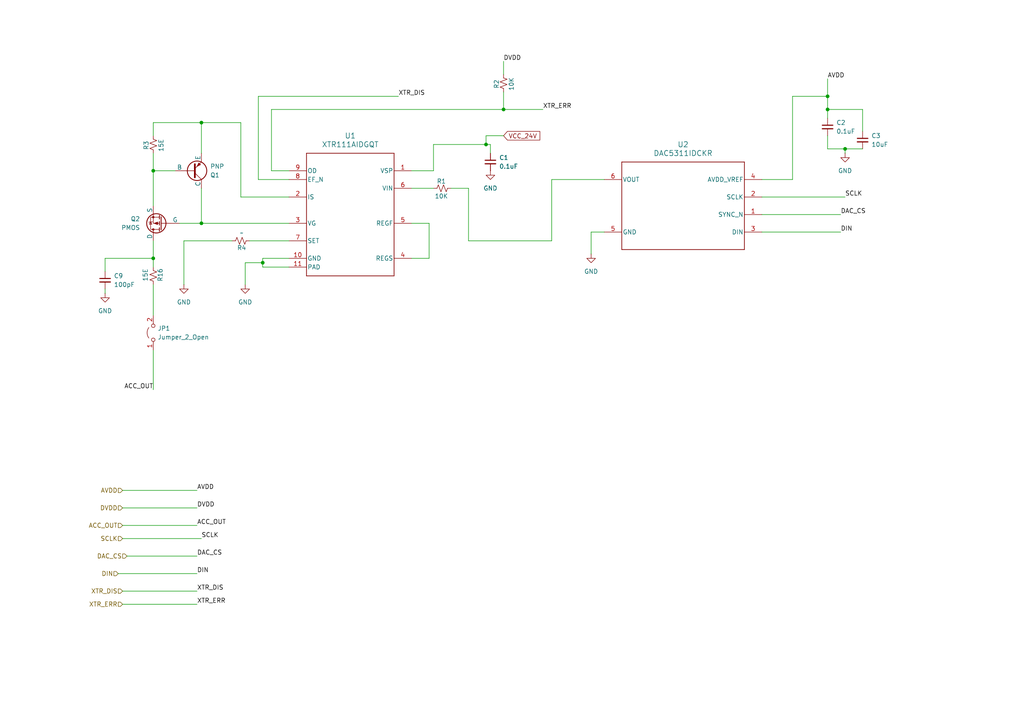
<source format=kicad_sch>
(kicad_sch (version 20231120) (generator "eeschema") (generator_version "8.0")
  (paper "A4")
  (lib_symbols
    (symbol "Device:C_Small" (pin_numbers hide) (pin_names (offset 0.254) hide)
      (property "Reference" "C" (at 0.254 1.778 0))
      (property "Value" "C_Small" (at 0.254 -2.032 0))
      (symbol "C_Small_0_1"
        (polyline (pts (xy -1.524 -0.508) (xy 1.524 -0.508)) (stroke (width 0.3302)))
        (polyline (pts (xy -1.524 0.508) (xy 1.524 0.508)) (stroke (width 0.3048)))
      )
      (symbol "C_Small_1_1"
        (pin passive line (at 0 2.54 270) (length 2.032) (name "~") (number "1"))
        (pin passive line (at 0 -2.54 90) (length 2.032) (name "~") (number "2"))
      )
    )
    (symbol "Device:R_Small_US" (pin_numbers hide) (pin_names (offset 0.254) hide)
      (property "Reference" "R" (at 0.762 0.508 0))
      (property "Value" "R_Small_US" (at 0.762 -1.016 0))
      (symbol "R_Small_US_1_1"
        (polyline (pts (xy 0 0) (xy 1.016 -0.381) (xy 0 -0.762) (xy -1.016 -1.143) (xy 0 -1.524)))
        (polyline (pts (xy 0 1.524) (xy 1.016 1.143) (xy 0 0.762) (xy -1.016 0.381) (xy 0 0)))
        (pin passive line (at 0 2.54 270) (length 1.016) (name "~") (number "1"))
        (pin passive line (at 0 -2.54 90) (length 1.016) (name "~") (number "2"))
      )
    )
    (symbol "Jumper:Jumper_2_Open" (pin_names (offset 0) hide)
      (property "Reference" "JP" (at 0 2.794 0))
      (property "Value" "Jumper_2_Open" (at 0 -2.286 0))
      (symbol "Jumper_2_Open_0_0"
        (circle (center -2.032 0) (radius 0.508))
        (circle (center 2.032 0) (radius 0.508))
      )
      (symbol "Jumper_2_Open_0_1"
        (arc (start 1.524 1.27) (mid 0 1.778) (end -1.524 1.27))
      )
      (symbol "Jumper_2_Open_1_1"
        (pin passive line (at -5.08 0 0) (length 2.54) (name "A") (number "1"))
        (pin passive line (at 5.08 0 180) (length 2.54) (name "B") (number "2"))
      )
    )
    (symbol "Project Symbol Library:DAC5311IDCKR" (pin_names (offset 0.254))
      (property "Reference" "U" (at 0 2.54 0))
      (property "Value" "DAC5311IDCKR" (at 0 0 0))
      (symbol "DAC5311IDCKR_0_1"
        (polyline (pts (xy -17.78 -12.7) (xy 17.78 -12.7)) (stroke (width 0.2032)))
        (polyline (pts (xy -17.78 12.7) (xy -17.78 -12.7)) (stroke (width 0.2032)))
        (polyline (pts (xy 17.78 -12.7) (xy 17.78 12.7)) (stroke (width 0.2032)))
        (polyline (pts (xy 17.78 12.7) (xy -17.78 12.7)) (stroke (width 0.2032)))
        (pin input line (at -22.86 -2.54 0) (length 5.08) (name "SYNC_N") (number "1"))
        (pin input line (at -22.86 2.54 0) (length 5.08) (name "SCLK") (number "2"))
        (pin input line (at -22.86 -7.62 0) (length 5.08) (name "DIN") (number "3"))
        (pin power_in line (at -22.86 7.62 0) (length 5.08) (name "AVDD_VREF") (number "4"))
        (pin power_in line (at 22.86 -7.62 180) (length 5.08) (name "GND") (number "5"))
        (pin output line (at 22.86 7.62 180) (length 5.08) (name "VOUT") (number "6"))
      )
    )
    (symbol "Project Symbol Library:XTR111AIDGQT" (pin_names (offset 0.254))
      (property "Reference" "U" (at 0 2.54 0))
      (property "Value" "XTR111AIDGQT" (at 0 0 0))
      (symbol "XTR111AIDGQT_0_1"
        (polyline (pts (xy -12.7 -17.78) (xy 12.7 -17.78)) (stroke (width 0.2032)))
        (polyline (pts (xy -12.7 17.78) (xy -12.7 -17.78)) (stroke (width 0.2032)))
        (polyline (pts (xy 12.7 -17.78) (xy 12.7 17.78)) (stroke (width 0.2032)))
        (polyline (pts (xy 12.7 17.78) (xy -12.7 17.78)) (stroke (width 0.2032)))
        (pin power_in line (at -17.78 12.7 0) (length 5.08) (name "VSP") (number "1"))
        (pin power_in line (at 17.78 -12.7 180) (length 5.08) (name "GND") (number "10"))
        (pin power_in line (at 17.78 -15.24 180) (length 5.08) (name "PAD") (number "11"))
        (pin unspecified line (at 17.78 5.08 180) (length 5.08) (name "IS") (number "2"))
        (pin unspecified line (at 17.78 -2.54 180) (length 5.08) (name "VG") (number "3"))
        (pin unspecified line (at -17.78 -12.7 0) (length 5.08) (name "REGS") (number "4"))
        (pin unspecified line (at -17.78 -2.54 0) (length 5.08) (name "REGF") (number "5"))
        (pin power_in line (at -17.78 7.62 0) (length 5.08) (name "VIN") (number "6"))
        (pin unspecified line (at 17.78 -7.62 180) (length 5.08) (name "SET") (number "7"))
        (pin output line (at 17.78 10.16 180) (length 5.08) (name "EF_N") (number "8"))
        (pin input line (at 17.78 12.7 180) (length 5.08) (name "OD") (number "9"))
      )
    )
    (symbol "Simulation_SPICE:PMOS" (pin_numbers hide) (pin_names (offset 0))
      (property "Reference" "Q" (at 5.08 1.27 0))
      (property "Value" "PMOS" (at 5.08 -1.27 0))
      (symbol "PMOS_0_1"
        (polyline (pts (xy 0.254 0) (xy -2.54 0)))
        (polyline (pts (xy 0.254 1.905) (xy 0.254 -1.905)) (stroke (width 0.254)))
        (polyline (pts (xy 0.762 -1.27) (xy 0.762 -2.286)) (stroke (width 0.254)))
        (polyline (pts (xy 0.762 0.508) (xy 0.762 -0.508)) (stroke (width 0.254)))
        (polyline (pts (xy 0.762 2.286) (xy 0.762 1.27)) (stroke (width 0.254)))
        (polyline (pts (xy 2.54 2.54) (xy 2.54 1.778)))
        (polyline (pts (xy 2.54 -2.54) (xy 2.54 0) (xy 0.762 0)))
        (polyline (pts (xy 0.762 1.778) (xy 3.302 1.778) (xy 3.302 -1.778) (xy 0.762 -1.778)))
        (polyline (pts (xy 2.286 0) (xy 1.27 0.381) (xy 1.27 -0.381) (xy 2.286 0)) (fill (type outline)))
        (polyline (pts (xy 2.794 -0.508) (xy 2.921 -0.381) (xy 3.683 -0.381) (xy 3.81 -0.254)))
        (polyline (pts (xy 3.302 -0.381) (xy 2.921 0.254) (xy 3.683 0.254) (xy 3.302 -0.381)))
        (circle (center 1.651 0) (radius 2.794) (stroke (width 0.254)))
        (circle (center 2.54 -1.778) (radius 0.254) (fill (type outline)))
        (circle (center 2.54 1.778) (radius 0.254) (fill (type outline)))
      )
      (symbol "PMOS_1_1"
        (pin passive line (at 2.54 5.08 270) (length 2.54) (name "D") (number "1"))
        (pin input line (at -5.08 0 0) (length 2.54) (name "G") (number "2"))
        (pin passive line (at 2.54 -5.08 90) (length 2.54) (name "S") (number "3"))
      )
    )
    (symbol "Simulation_SPICE:PNP" (pin_numbers hide) (pin_names (offset 0))
      (property "Reference" "Q" (at -2.54 7.62 0))
      (property "Value" "PNP" (at -2.54 5.08 0))
      (symbol "PNP_0_1"
        (polyline (pts (xy -2.54 0) (xy 0.635 0)) (stroke (width 0.1524)))
        (polyline (pts (xy 0.635 0.635) (xy 2.54 2.54)))
        (polyline (pts (xy 0.635 -0.635) (xy 2.54 -2.54) (xy 2.54 -2.54)))
        (polyline (pts (xy 0.635 1.905) (xy 0.635 -1.905) (xy 0.635 -1.905)) (stroke (width 0.508)))
        (polyline (pts (xy 2.286 -1.778) (xy 1.778 -2.286) (xy 1.27 -1.27) (xy 2.286 -1.778) (xy 2.286 -1.778)) (fill (type outline)))
        (circle (center 1.27 0) (radius 2.8194) (stroke (width 0.254)))
      )
      (symbol "PNP_1_1"
        (pin open_collector line (at 2.54 5.08 270) (length 2.54) (name "C") (number "1"))
        (pin input line (at -5.08 0 0) (length 2.54) (name "B") (number "2"))
        (pin open_emitter line (at 2.54 -5.08 90) (length 2.54) (name "E") (number "3"))
      )
    )
    (symbol "power:GND" (power) (pin_numbers hide) (pin_names (offset 0) hide)
      (property "Value" "GND" (at 0 -3.81 0))
      (symbol "GND_0_1"
        (polyline (pts (xy 0 0) (xy 0 -1.27) (xy 1.27 -1.27) (xy 0 -2.54) (xy -1.27 -1.27) (xy 0 -1.27)))
      )
      (symbol "GND_1_1"
        (pin power_in line (at 0 0 270) (length 0) (name "~") (number "1"))
      )
    )
  )
  (junction (at 240.03 31.75))
  (junction (at 58.42 35.56))
  (junction (at 245.11 43.18))
  (junction (at 240.03 27.94))
  (junction (at 58.42 64.77))
  (junction (at 146.05 31.75))
  (junction (at 44.45 74.93))
  (junction (at 44.45 49.53))
  (junction (at 140.97 41.91))
  (junction (at 76.2 76.2))
  (wire (pts (xy 72.39 69.85) (xy 83.82 69.85)))
  (wire (pts (xy 220.98 62.23) (xy 243.84 62.23)))
  (wire (pts (xy 69.85 35.56) (xy 58.42 35.56)))
  (wire (pts (xy 44.45 69.85) (xy 44.45 74.93)))
  (wire (pts (xy 125.73 49.53) (xy 125.73 41.91)))
  (wire (pts (xy 44.45 82.55) (xy 44.45 91.44)))
  (wire (pts (xy 52.07 64.77) (xy 58.42 64.77)))
  (wire (pts (xy 74.93 27.94) (xy 115.57 27.94)))
  (wire (pts (xy 135.89 69.85) (xy 160.02 69.85)))
  (wire (pts (xy 30.48 78.74) (xy 30.48 74.93)))
  (wire (pts (xy 240.03 31.75) (xy 240.03 27.94)))
  (wire (pts (xy 53.34 69.85) (xy 67.31 69.85)))
  (wire (pts (xy 119.38 49.53) (xy 125.73 49.53)))
  (wire (pts (xy 240.03 34.29) (xy 240.03 31.75)))
  (wire (pts (xy 160.02 52.07) (xy 175.26 52.07)))
  (wire (pts (xy 250.19 31.75) (xy 250.19 38.1)))
  (wire (pts (xy 74.93 52.07) (xy 74.93 27.94)))
  (wire (pts (xy 35.56 156.21) (xy 58.42 156.21)))
  (wire (pts (xy 58.42 64.77) (xy 83.82 64.77)))
  (wire (pts (xy 35.56 152.4) (xy 57.15 152.4)))
  (wire (pts (xy 220.98 67.31) (xy 243.84 67.31)))
  (wire (pts (xy 119.38 74.93) (xy 124.46 74.93)))
  (wire (pts (xy 146.05 26.67) (xy 146.05 31.75)))
  (wire (pts (xy 35.56 147.32) (xy 57.15 147.32)))
  (wire (pts (xy 146.05 39.37) (xy 140.97 39.37)))
  (wire (pts (xy 53.34 69.85) (xy 53.34 82.55)))
  (wire (pts (xy 125.73 41.91) (xy 140.97 41.91)))
  (wire (pts (xy 78.74 31.75) (xy 146.05 31.75)))
  (wire (pts (xy 83.82 74.93) (xy 76.2 74.93)))
  (wire (pts (xy 119.38 64.77) (xy 124.46 64.77)))
  (wire (pts (xy 83.82 52.07) (xy 74.93 52.07)))
  (wire (pts (xy 30.48 74.93) (xy 44.45 74.93)))
  (wire (pts (xy 44.45 74.93) (xy 44.45 77.47)))
  (wire (pts (xy 140.97 39.37) (xy 140.97 41.91)))
  (wire (pts (xy 240.03 43.18) (xy 245.11 43.18)))
  (wire (pts (xy 220.98 52.07) (xy 229.87 52.07)))
  (wire (pts (xy 240.03 31.75) (xy 250.19 31.75)))
  (wire (pts (xy 171.45 73.66) (xy 171.45 67.31)))
  (wire (pts (xy 245.11 43.18) (xy 250.19 43.18)))
  (wire (pts (xy 44.45 35.56) (xy 44.45 39.37)))
  (wire (pts (xy 83.82 57.15) (xy 69.85 57.15)))
  (wire (pts (xy 142.24 41.91) (xy 142.24 44.45)))
  (wire (pts (xy 240.03 39.37) (xy 240.03 43.18)))
  (wire (pts (xy 130.81 54.61) (xy 135.89 54.61)))
  (wire (pts (xy 58.42 35.56) (xy 58.42 44.45)))
  (wire (pts (xy 135.89 54.61) (xy 135.89 69.85)))
  (wire (pts (xy 69.85 57.15) (xy 69.85 35.56)))
  (wire (pts (xy 58.42 35.56) (xy 44.45 35.56)))
  (wire (pts (xy 50.8 49.53) (xy 44.45 49.53)))
  (wire (pts (xy 76.2 74.93) (xy 76.2 76.2)))
  (wire (pts (xy 76.2 76.2) (xy 76.2 77.47)))
  (wire (pts (xy 220.98 57.15) (xy 245.11 57.15)))
  (wire (pts (xy 71.12 76.2) (xy 76.2 76.2)))
  (wire (pts (xy 44.45 44.45) (xy 44.45 49.53)))
  (wire (pts (xy 76.2 77.47) (xy 83.82 77.47)))
  (wire (pts (xy 245.11 44.45) (xy 245.11 43.18)))
  (wire (pts (xy 30.48 83.82) (xy 30.48 85.09)))
  (wire (pts (xy 140.97 41.91) (xy 142.24 41.91)))
  (wire (pts (xy 160.02 69.85) (xy 160.02 52.07)))
  (wire (pts (xy 78.74 31.75) (xy 78.74 49.53)))
  (wire (pts (xy 171.45 67.31) (xy 175.26 67.31)))
  (wire (pts (xy 146.05 31.75) (xy 157.48 31.75)))
  (wire (pts (xy 229.87 27.94) (xy 240.03 27.94)))
  (wire (pts (xy 83.82 49.53) (xy 78.74 49.53)))
  (wire (pts (xy 119.38 54.61) (xy 125.73 54.61)))
  (wire (pts (xy 35.56 171.45) (xy 57.15 171.45)))
  (wire (pts (xy 124.46 64.77) (xy 124.46 74.93)))
  (wire (pts (xy 36.83 161.29) (xy 57.15 161.29)))
  (wire (pts (xy 44.45 49.53) (xy 44.45 59.69)))
  (wire (pts (xy 229.87 52.07) (xy 229.87 27.94)))
  (wire (pts (xy 240.03 22.86) (xy 240.03 27.94)))
  (wire (pts (xy 58.42 54.61) (xy 58.42 64.77)))
  (wire (pts (xy 146.05 17.78) (xy 146.05 21.59)))
  (wire (pts (xy 35.56 142.24) (xy 57.15 142.24)))
  (wire (pts (xy 44.45 101.6) (xy 44.45 113.03)))
  (wire (pts (xy 34.29 166.37) (xy 57.15 166.37)))
  (wire (pts (xy 71.12 82.55) (xy 71.12 76.2)))
  (wire (pts (xy 35.56 175.26) (xy 57.15 175.26)))
  (label "DVDD" (at 146.05 17.78 0))
  (label "AVDD" (at 240.03 22.86 0))
  (label "XTR_ERR" (at 57.15 175.26 0))
  (label "SCLK" (at 245.11 57.15 0))
  (label "AVDD" (at 57.15 142.24 0))
  (label "SCLK" (at 58.42 156.21 0))
  (label "XTR_DIS" (at 57.15 171.45 0))
  (label "ACC_OUT" (at 44.45 113.03 180))
  (label "DAC_CS" (at 243.84 62.23 0))
  (label "ACC_OUT" (at 57.15 152.4 0))
  (label "DIN" (at 57.15 166.37 0))
  (label "XTR_DIS" (at 115.57 27.94 0))
  (label "DVDD" (at 57.15 147.32 0))
  (label "XTR_ERR" (at 157.48 31.75 0))
  (label "DIN" (at 243.84 67.31 0))
  (label "DAC_CS" (at 57.15 161.29 0))
  (global_label "VCC_24V" (shape input) (at 146.05 39.37 0) (property "Intersheetrefs" "${INTERSHEET_REFS}" (effects (hide yes))))
  (hierarchical_label "ACC_OUT" (shape input) (at 35.56 152.4 180))
  (hierarchical_label "DVDD" (shape input) (at 35.56 147.32 180))
  (hierarchical_label "AVDD" (shape input) (at 35.56 142.24 180))
  (hierarchical_label "XTR_ERR" (shape input) (at 35.56 175.26 180))
  (hierarchical_label "XTR_DIS" (shape input) (at 35.56 171.45 180))
  (hierarchical_label "DIN" (shape input) (at 34.29 166.37 180))
  (hierarchical_label "SCLK" (shape input) (at 35.56 156.21 180))
  (hierarchical_label "DAC_CS" (shape input) (at 36.83 161.29 180))
  (symbol (lib_id "Device:C_Small") (at 30.48 81.28 0) (unit 1)
    (property "Reference" "C9" (at 33.02 80.0162 0) (effects (justify left)))
    (property "Value" "100pF" (at 33.02 82.5562 0) (effects (justify left)))
    (property "Description" "Unpolarized capacitor, small symbol" (effects (hide yes)))
  )
  (symbol (lib_id "Project Symbol Library:DAC5311IDCKR") (at 198.12 59.69 0) (mirror y) (unit 1)
    (property "Reference" "U2" (at 198.12 41.91 0) (effects (font (size 1.524 1.524))))
    (property "Value" "DAC5311IDCKR" (at 198.12 44.45 0) (effects (font (size 1.524 1.524))))
    (property "Footprint" "DCK0006A_N" (effects (hide yes)))
    (property "Datasheet" "DAC5311IDCKR" (effects (hide yes)))
  )
  (symbol (lib_id "Device:C_Small") (at 142.24 46.99 0) (unit 1)
    (property "Reference" "C1" (at 144.78 45.7262 0) (effects (justify left)))
    (property "Value" "0.1uF" (at 144.78 48.2662 0) (effects (justify left)))
    (property "Description" "Unpolarized capacitor, small symbol" (effects (hide yes)))
  )
  (symbol (lib_id "power:GND") (at 245.11 44.45 0) (unit 1)
    (property "Reference" "#PWR06" (effects (hide yes)))
    (property "Value" "GND" (at 245.11 49.53 0))
    (property "Description" "Power symbol creates a global label with name \"GND\" , ground" (effects (hide yes)))
  )
  (symbol (lib_id "Device:R_Small_US") (at 128.27 54.61 90) (unit 1)
    (property "Reference" "R1" (at 128.016 52.578 90))
    (property "Value" "10K" (at 128.016 56.896 90))
    (property "Description" "Resistor, small US symbol" (effects (hide yes)))
  )
  (symbol (lib_id "Simulation_SPICE:PMOS") (at 46.99 64.77 180) (unit 1)
    (property "Reference" "Q2" (at 40.64 63.4999 0) (effects (justify left)))
    (property "Value" "PMOS" (at 40.64 66.0399 0) (effects (justify left)))
    (property "Datasheet" "https://ngspice.sourceforge.io/docs/ngspice-html-manual/manual.xhtml#cha_MOSFETs" (effects (hide yes)))
    (property "Description" "P-MOSFET transistor, drain/source/gate" (effects (hide yes)))
    (property "Sim.Device" "PMOS" (effects (hide yes)))
    (property "Sim.Type" "VDMOS" (effects (hide yes)))
    (property "Sim.Pins" "1=D 2=G 3=S" (effects (hide yes)))
  )
  (symbol (lib_id "Device:R_Small_US") (at 44.45 80.01 0) (unit 1)
    (property "Reference" "R16" (at 46.482 79.756 90))
    (property "Value" "15E" (at 42.164 79.756 90))
    (property "Description" "Resistor, small US symbol" (effects (hide yes)))
  )
  (symbol (lib_id "Simulation_SPICE:PNP") (at 55.88 49.53 0) (mirror x) (unit 1)
    (property "Reference" "Q1" (at 60.96 50.8001 0) (effects (justify left)))
    (property "Value" "PNP" (at 60.96 48.2601 0) (effects (justify left)))
    (property "Datasheet" "https://ngspice.sourceforge.io/docs/ngspice-html-manual/manual.xhtml#cha_BJTs" (effects (hide yes)))
    (property "Description" "Bipolar transistor symbol for simulation only, substrate tied to the emitter" (effects (hide yes)))
    (property "Sim.Device" "PNP" (effects (hide yes)))
    (property "Sim.Type" "GUMMELPOON" (effects (hide yes)))
    (property "Sim.Pins" "1=C 2=B 3=E" (effects (hide yes)))
  )
  (symbol (lib_id "Device:R_Small_US") (at 44.45 41.91 180) (unit 1)
    (property "Reference" "R3" (at 42.418 42.164 90))
    (property "Value" "15E" (at 46.736 42.164 90))
    (property "Description" "Resistor, small US symbol" (effects (hide yes)))
  )
  (symbol (lib_id "power:GND") (at 53.34 82.55 0) (unit 1)
    (property "Reference" "#PWR04" (effects (hide yes)))
    (property "Value" "GND" (at 53.34 87.63 0))
    (property "Description" "Power symbol creates a global label with name \"GND\" , ground" (effects (hide yes)))
  )
  (symbol (lib_id "power:GND") (at 171.45 73.66 0) (unit 1)
    (property "Reference" "#PWR01" (effects (hide yes)))
    (property "Value" "GND" (at 171.45 78.74 0))
    (property "Description" "Power symbol creates a global label with name \"GND\" , ground" (effects (hide yes)))
  )
  (symbol (lib_id "Device:R_Small_US") (at 146.05 24.13 180) (unit 1)
    (property "Reference" "R2" (at 144.018 24.384 90))
    (property "Value" "10K" (at 148.336 24.384 90))
    (property "Description" "Resistor, small US symbol" (effects (hide yes)))
  )
  (symbol (lib_id "Device:R_Small_US") (at 69.85 69.85 270) (unit 1)
    (property "Reference" "R4" (at 70.104 71.882 90))
    (property "Value" "~" (at 70.104 67.564 90))
    (property "Description" "Resistor, small US symbol" (effects (hide yes)))
  )
  (symbol (lib_id "power:GND") (at 30.48 85.09 0) (unit 1)
    (property "Reference" "#PWR017" (effects (hide yes)))
    (property "Value" "GND" (at 30.48 90.17 0))
    (property "Description" "Power symbol creates a global label with name \"GND\" , ground" (effects (hide yes)))
  )
  (symbol (lib_id "Device:C_Small") (at 250.19 40.64 0) (unit 1)
    (property "Reference" "C3" (at 252.73 39.3762 0) (effects (justify left)))
    (property "Value" "10uF" (at 252.73 41.9162 0) (effects (justify left)))
    (property "Description" "Unpolarized capacitor, small symbol" (effects (hide yes)))
  )
  (symbol (lib_id "Jumper:Jumper_2_Open") (at 44.45 96.52 90) (unit 1)
    (property "Reference" "JP1" (at 45.72 95.2499 90) (effects (justify right)))
    (property "Value" "Jumper_2_Open" (at 45.72 97.7899 90) (effects (justify right)))
    (property "Description" "Jumper, 2-pole, open" (effects (hide yes)))
  )
  (symbol (lib_id "power:GND") (at 71.12 82.55 0) (unit 1)
    (property "Reference" "#PWR03" (effects (hide yes)))
    (property "Value" "GND" (at 71.12 87.63 0))
    (property "Description" "Power symbol creates a global label with name \"GND\" , ground" (effects (hide yes)))
  )
  (symbol (lib_id "Device:C_Small") (at 240.03 36.83 0) (unit 1)
    (property "Reference" "C2" (at 242.57 35.5662 0) (effects (justify left)))
    (property "Value" "0.1uF" (at 242.57 38.1062 0) (effects (justify left)))
    (property "Description" "Unpolarized capacitor, small symbol" (effects (hide yes)))
  )
  (symbol (lib_id "Project Symbol Library:XTR111AIDGQT") (at 101.6 62.23 0) (mirror y) (unit 1)
    (property "Reference" "U1" (at 101.6 39.37 0) (effects (font (size 1.524 1.524))))
    (property "Value" "XTR111AIDGQT" (at 101.6 41.91 0) (effects (font (size 1.524 1.524))))
    (property "Footprint" "DGQ0010D_NV_N" (effects (hide yes)))
    (property "Datasheet" "XTR111AIDGQT" (effects (hide yes)))
  )
  (symbol (lib_id "power:GND") (at 142.24 49.53 0) (unit 1)
    (property "Reference" "#PWR02" (effects (hide yes)))
    (property "Value" "GND" (at 142.24 54.61 0))
    (property "Description" "Power symbol creates a global label with name \"GND\" , ground" (effects (hide yes)))
  )
)
</source>
